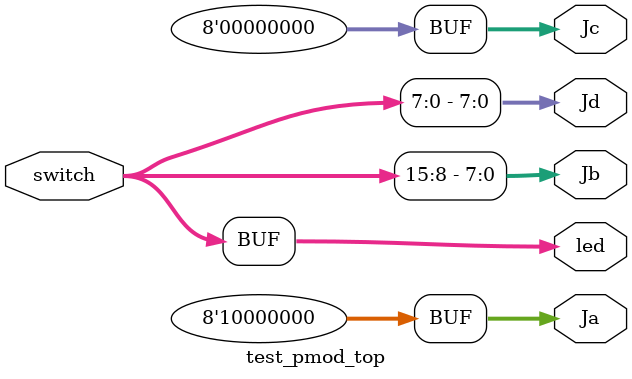
<source format=v>
module test_pmod_top (
    //switch
    input wire [15:0] switch,

    //led
    output wire [15:0] led,

    //pmod
    output wire [7:0] Ja,
    output wire [7:0] Jb,
    output wire [7:0] Jc,
    output wire [7:0] Jd
);

    assign led = switch;

    assign Ja = 8'h80;
    assign Jb = switch[15:8];
    assign Jc = 8'b0;
    assign Jd = switch[7 :0];
    
endmodule
</source>
